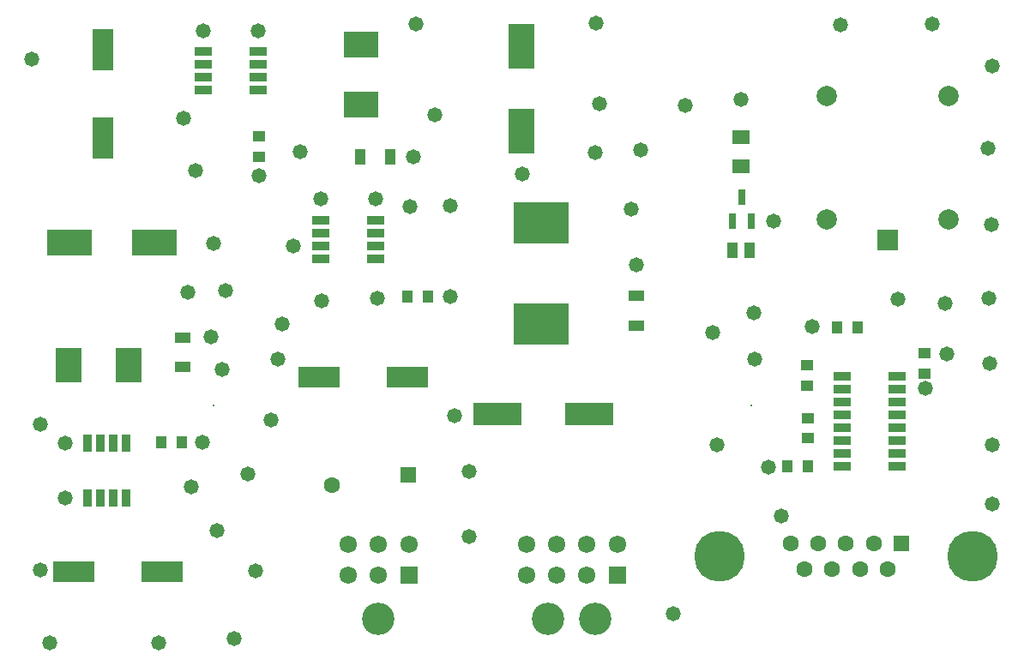
<source format=gts>
G04*
G04 #@! TF.GenerationSoftware,Altium Limited,Altium Designer,25.8.1 (18)*
G04*
G04 Layer_Color=8388736*
%FSLAX44Y44*%
%MOMM*%
G71*
G04*
G04 #@! TF.SameCoordinates,3D28AD71-2A70-4CFD-9337-590B9DAEE029*
G04*
G04*
G04 #@! TF.FilePolarity,Negative*
G04*
G01*
G75*
%ADD15R,4.1000X2.0000*%
%ADD17R,1.0000X1.2500*%
%ADD19R,1.5000X1.0000*%
%ADD21R,4.4000X2.5000*%
%ADD22R,2.0000X4.1000*%
%ADD23R,1.2500X1.0000*%
%ADD26R,1.0000X1.5000*%
%ADD27R,2.5000X4.4000*%
%ADD30R,1.8000X1.3400*%
%ADD32R,0.8532X1.7282*%
%ADD33R,2.5032X3.5032*%
%ADD34R,4.7032X2.3032*%
%ADD35R,1.7282X0.8532*%
%ADD36R,5.4032X4.0532*%
%ADD37R,3.5032X2.5032*%
%ADD38R,1.0532X1.5532*%
%ADD39R,0.8032X1.5532*%
%ADD40C,1.7232*%
%ADD41R,1.7232X1.7232*%
%ADD42C,3.2032*%
%ADD43R,1.6000X1.6000*%
%ADD44C,1.6000*%
%ADD45C,5.0032*%
%ADD46C,1.6032*%
%ADD47R,1.6032X1.6032*%
%ADD48R,2.0000X2.0000*%
%ADD49C,2.0000*%
%ADD50C,0.2032*%
%ADD51C,1.4732*%
D15*
X156870Y103680D02*
D03*
X69870D02*
D03*
X398870Y295680D02*
D03*
X311870D02*
D03*
D17*
X156370Y231680D02*
D03*
X176370D02*
D03*
X399370Y375680D02*
D03*
X419370D02*
D03*
X794370Y207680D02*
D03*
X774370D02*
D03*
X823370Y344680D02*
D03*
X843370D02*
D03*
D19*
X177370Y306180D02*
D03*
Y335180D02*
D03*
X625370Y347180D02*
D03*
Y376180D02*
D03*
D21*
X65370Y428680D02*
D03*
X149370D02*
D03*
D22*
X98370Y532180D02*
D03*
Y619180D02*
D03*
D23*
X252370Y533680D02*
D03*
Y513680D02*
D03*
X793370Y287680D02*
D03*
Y307680D02*
D03*
X794370Y235680D02*
D03*
Y255680D02*
D03*
X909370Y299680D02*
D03*
Y319680D02*
D03*
D26*
X352870Y513680D02*
D03*
X381870D02*
D03*
D27*
X511370Y622680D02*
D03*
Y538680D02*
D03*
D30*
X728370Y532980D02*
D03*
Y504380D02*
D03*
D32*
X121420Y230800D02*
D03*
X108720D02*
D03*
X96020D02*
D03*
X83320Y176560D02*
D03*
X108720D02*
D03*
X96020D02*
D03*
X83320Y230800D02*
D03*
X121420Y176560D02*
D03*
D33*
X123870Y307680D02*
D03*
X64870D02*
D03*
D34*
X578870Y259680D02*
D03*
X487870D02*
D03*
D35*
X251610Y579280D02*
D03*
Y591980D02*
D03*
Y604680D02*
D03*
X197370D02*
D03*
Y617380D02*
D03*
Y579280D02*
D03*
Y591980D02*
D03*
X251610Y617380D02*
D03*
X367490Y412630D02*
D03*
Y425330D02*
D03*
Y438030D02*
D03*
X313250D02*
D03*
Y425330D02*
D03*
Y412630D02*
D03*
Y450730D02*
D03*
X367490D02*
D03*
X882490Y297130D02*
D03*
Y271730D02*
D03*
Y259030D02*
D03*
Y246330D02*
D03*
Y233630D02*
D03*
Y220930D02*
D03*
Y208230D02*
D03*
X828250D02*
D03*
Y220930D02*
D03*
Y233630D02*
D03*
Y246330D02*
D03*
Y259030D02*
D03*
Y271730D02*
D03*
Y284430D02*
D03*
Y297130D02*
D03*
X882490Y284430D02*
D03*
D36*
X531370Y448680D02*
D03*
Y348680D02*
D03*
D37*
X353370Y565180D02*
D03*
Y624180D02*
D03*
D38*
X720120Y421680D02*
D03*
X736620D02*
D03*
D39*
X729370Y473680D02*
D03*
X738870Y449680D02*
D03*
X719870D02*
D03*
D40*
X400370Y130680D02*
D03*
X340370D02*
D03*
X370370D02*
D03*
Y100680D02*
D03*
X340370D02*
D03*
X516370Y130680D02*
D03*
X576370Y100680D02*
D03*
X546370D02*
D03*
X606370Y130680D02*
D03*
X576370D02*
D03*
X546370D02*
D03*
X516370Y100680D02*
D03*
D41*
X400370D02*
D03*
X606370D02*
D03*
D42*
X370370Y57480D02*
D03*
X584770D02*
D03*
X537970D02*
D03*
D43*
X399870Y199680D02*
D03*
D44*
X324870Y189680D02*
D03*
D45*
X707070Y119380D02*
D03*
X957070D02*
D03*
D46*
X790970Y106680D02*
D03*
X818370D02*
D03*
X845770D02*
D03*
X873170D02*
D03*
X804670Y132080D02*
D03*
X832070D02*
D03*
X859470D02*
D03*
X777270D02*
D03*
D47*
X886870D02*
D03*
D48*
X873370Y431680D02*
D03*
D49*
X933370Y451680D02*
D03*
X813370Y573680D02*
D03*
X933370D02*
D03*
X813370Y451680D02*
D03*
D50*
X207370Y267680D02*
D03*
X738370D02*
D03*
D51*
X46370Y33680D02*
D03*
X153370D02*
D03*
X228370Y37680D02*
D03*
X249370Y104680D02*
D03*
X36370Y105680D02*
D03*
X211370Y144680D02*
D03*
X61370Y176680D02*
D03*
X185370Y187680D02*
D03*
X28370Y609680D02*
D03*
X36370Y249680D02*
D03*
X61370Y230680D02*
D03*
X178370Y551680D02*
D03*
X182370Y379680D02*
D03*
X190370Y499680D02*
D03*
X196370Y231680D02*
D03*
X197370Y637680D02*
D03*
X205370Y335680D02*
D03*
X207370Y427680D02*
D03*
X216370Y303680D02*
D03*
X219370Y381680D02*
D03*
X241370Y200680D02*
D03*
X251370Y637680D02*
D03*
X252370Y494680D02*
D03*
X264370Y253680D02*
D03*
X271370Y313680D02*
D03*
X275370Y348680D02*
D03*
X286370Y425680D02*
D03*
X293370Y518680D02*
D03*
X313370Y471680D02*
D03*
X314370Y371680D02*
D03*
X367370Y471680D02*
D03*
X369370Y373680D02*
D03*
X401370Y464680D02*
D03*
X405370Y513680D02*
D03*
X407370Y644680D02*
D03*
X426370Y554680D02*
D03*
X441370Y375680D02*
D03*
Y465680D02*
D03*
X445370Y257680D02*
D03*
X460370Y202680D02*
D03*
Y138680D02*
D03*
X661370Y62680D02*
D03*
X704370Y228680D02*
D03*
X755370Y206680D02*
D03*
X768370Y158680D02*
D03*
X910370Y284680D02*
D03*
X976370Y228680D02*
D03*
Y170680D02*
D03*
X512370Y496680D02*
D03*
X584370Y517680D02*
D03*
X585370Y645680D02*
D03*
X588370Y565680D02*
D03*
X620370Y461680D02*
D03*
X625370Y406680D02*
D03*
X629370Y520680D02*
D03*
X673370Y564680D02*
D03*
X700370Y339680D02*
D03*
X728370Y570680D02*
D03*
X741370Y359680D02*
D03*
X742370Y313680D02*
D03*
X760370Y449680D02*
D03*
X798370Y345680D02*
D03*
X826370Y643680D02*
D03*
X883370Y372680D02*
D03*
X917370Y644680D02*
D03*
X930370Y368680D02*
D03*
X931370Y318680D02*
D03*
X972370Y521680D02*
D03*
X973370Y373680D02*
D03*
X974370Y309680D02*
D03*
X975370Y446680D02*
D03*
X976370Y603680D02*
D03*
M02*

</source>
